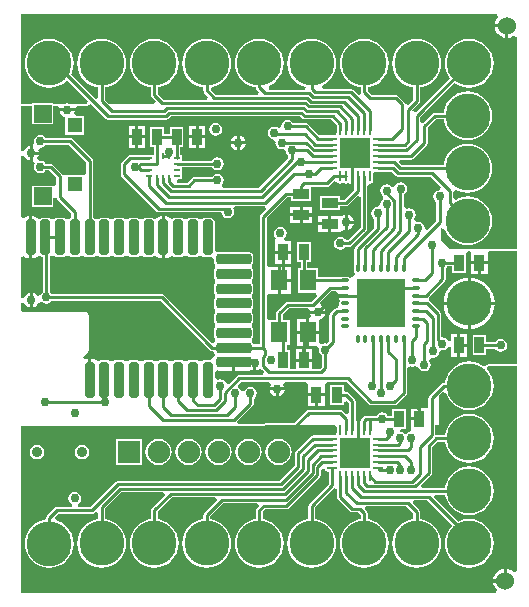
<source format=gbl>
G04 Layer_Physical_Order=4*
G04 Layer_Color=16711680*
%FSLAX43Y43*%
%MOMM*%
G71*
G01*
G75*
%ADD13R,1.400X0.850*%
%ADD14R,0.850X1.400*%
%ADD29C,0.254*%
%ADD30C,1.524*%
%ADD31C,3.810*%
%ADD32C,1.905*%
%ADD33R,1.905X1.905*%
%ADD34R,1.250X1.250*%
%ADD35R,1.500X1.500*%
%ADD36C,0.900*%
%ADD37C,0.762*%
G04:AMPARAMS|DCode=38|XSize=0.25mm|YSize=0.55mm|CornerRadius=0.063mm|HoleSize=0mm|Usage=FLASHONLY|Rotation=270.000|XOffset=0mm|YOffset=0mm|HoleType=Round|Shape=RoundedRectangle|*
%AMROUNDEDRECTD38*
21,1,0.250,0.425,0,0,270.0*
21,1,0.125,0.550,0,0,270.0*
1,1,0.125,-0.212,-0.063*
1,1,0.125,-0.212,0.063*
1,1,0.125,0.212,0.063*
1,1,0.125,0.212,-0.063*
%
%ADD38ROUNDEDRECTD38*%
%ADD39R,0.550X0.250*%
%ADD40R,0.250X0.550*%
G04:AMPARAMS|DCode=41|XSize=3mm|YSize=0.85mm|CornerRadius=0.212mm|HoleSize=0mm|Usage=FLASHONLY|Rotation=270.000|XOffset=0mm|YOffset=0mm|HoleType=Round|Shape=RoundedRectangle|*
%AMROUNDEDRECTD41*
21,1,3.000,0.425,0,0,270.0*
21,1,2.575,0.850,0,0,270.0*
1,1,0.425,-0.212,-1.288*
1,1,0.425,-0.212,1.288*
1,1,0.425,0.212,1.288*
1,1,0.425,0.212,-1.288*
%
%ADD41ROUNDEDRECTD41*%
G04:AMPARAMS|DCode=42|XSize=0.85mm|YSize=3mm|CornerRadius=0.212mm|HoleSize=0mm|Usage=FLASHONLY|Rotation=270.000|XOffset=0mm|YOffset=0mm|HoleType=Round|Shape=RoundedRectangle|*
%AMROUNDEDRECTD42*
21,1,0.850,2.575,0,0,270.0*
21,1,0.425,3.000,0,0,270.0*
1,1,0.425,-1.288,-0.212*
1,1,0.425,-1.288,0.212*
1,1,0.425,1.288,0.212*
1,1,0.425,1.288,-0.212*
%
%ADD42ROUNDEDRECTD42*%
%ADD43O,0.900X0.250*%
%ADD44O,0.250X0.900*%
%ADD45R,2.600X2.600*%
%ADD46R,4.180X4.180*%
%ADD47O,0.300X0.700*%
%ADD48O,0.700X0.300*%
%ADD49R,1.400X1.800*%
G36*
X42260Y19596D02*
X39833D01*
X39799Y19582D01*
X39762Y19580D01*
X39743Y19559D01*
X39716Y19548D01*
X39489Y19434D01*
X39463Y19427D01*
X39376Y19499D01*
X39018Y19690D01*
X38630Y19808D01*
X38227Y19847D01*
X37824Y19808D01*
X37436Y19690D01*
X37078Y19499D01*
X36765Y19242D01*
X36508Y18929D01*
X36317Y18571D01*
X36199Y18183D01*
X36188Y18065D01*
X36068D01*
X35959Y18043D01*
X35867Y17981D01*
X35867Y17981D01*
X34851Y16965D01*
X34789Y16873D01*
X34767Y16764D01*
X34767Y16764D01*
Y16167D01*
X34701Y15940D01*
X34513Y15940D01*
X34149D01*
Y14986D01*
X34022D01*
Y14859D01*
X33343D01*
Y14124D01*
X33307Y13998D01*
X33162Y13857D01*
X33066Y13837D01*
X33018Y13805D01*
X32829Y13740D01*
X32641Y13805D01*
X32593Y13837D01*
X32385Y13879D01*
X32345Y13871D01*
X32338Y13880D01*
X32461Y14133D01*
X32462Y14134D01*
X32849D01*
Y15838D01*
X31695D01*
Y15271D01*
X31312D01*
X31246Y15371D01*
X31069Y15488D01*
X30861Y15530D01*
X30653Y15488D01*
X30476Y15371D01*
X30410Y15271D01*
X29464D01*
X29355Y15249D01*
X29263Y15187D01*
X29263Y15187D01*
X29124Y15048D01*
X29062Y14956D01*
X29055Y14920D01*
X29028Y14848D01*
X28793Y14757D01*
X28610Y14934D01*
Y16506D01*
X28610Y16506D01*
X28588Y16615D01*
X28526Y16707D01*
X28526Y16707D01*
X28014Y17219D01*
X27922Y17281D01*
X27813Y17303D01*
X27628Y17462D01*
Y17870D01*
X26474D01*
Y16166D01*
X27628D01*
Y16438D01*
X27845Y16530D01*
X28040Y16372D01*
Y15521D01*
X27786Y15416D01*
X27506Y15695D01*
X27414Y15757D01*
X27305Y15779D01*
X27305Y15779D01*
X24638D01*
X24529Y15757D01*
X24437Y15695D01*
X24437Y15695D01*
X23384Y14643D01*
X20955D01*
X20838Y14595D01*
X20806Y14516D01*
X18694D01*
X18685Y14527D01*
X18602Y14770D01*
X19886Y16055D01*
X19886Y16055D01*
X19948Y16147D01*
X19970Y16256D01*
Y16694D01*
X20070Y16760D01*
X20187Y16937D01*
X20229Y17145D01*
X20187Y17353D01*
X20070Y17530D01*
X19893Y17647D01*
X19685Y17689D01*
X19477Y17647D01*
X19300Y17530D01*
X19183Y17353D01*
X19179Y17338D01*
X18921D01*
X18917Y17353D01*
X18800Y17530D01*
X18697Y17598D01*
X18625Y17886D01*
X18869Y18130D01*
X21310D01*
X21441Y17876D01*
X21373Y17774D01*
X21349Y17653D01*
X22593D01*
X22569Y17774D01*
X22501Y17876D01*
X22632Y18130D01*
X24434D01*
X24622Y17972D01*
X24622Y17876D01*
Y17145D01*
X25301D01*
X25980D01*
Y17876D01*
X25980Y17972D01*
X26169Y18130D01*
X27822D01*
X29745Y16207D01*
X29745Y16207D01*
X29838Y16145D01*
X29947Y16124D01*
X29947Y16124D01*
X31902D01*
X31902Y16124D01*
X32011Y16145D01*
X32104Y16207D01*
X32885Y16989D01*
X32885Y16989D01*
X32947Y17081D01*
X32969Y17190D01*
X32969Y17190D01*
Y19281D01*
X33159Y19413D01*
X33223Y19431D01*
X33401Y19395D01*
X33609Y19437D01*
X33635Y19454D01*
X33915Y19350D01*
X33921Y19340D01*
X34032Y19173D01*
X34209Y19056D01*
X34417Y19014D01*
X34625Y19056D01*
X34802Y19173D01*
X34919Y19350D01*
X34961Y19558D01*
X34919Y19766D01*
X34853Y19866D01*
X34865Y19980D01*
X34869Y19990D01*
X35110Y20171D01*
X35179Y20157D01*
X35387Y20199D01*
X35564Y20316D01*
X35681Y20493D01*
X35723Y20701D01*
X35963Y20796D01*
X36149Y20834D01*
X36326Y20951D01*
X36419Y21091D01*
X36571Y21084D01*
X36673Y21049D01*
Y20255D01*
X37225D01*
Y21209D01*
Y22163D01*
X36673D01*
Y21623D01*
X36571Y21588D01*
X36419Y21581D01*
X36326Y21721D01*
X36149Y21838D01*
X35941Y21880D01*
X35870Y21938D01*
Y23851D01*
X35870Y23851D01*
X35849Y23960D01*
X35787Y24052D01*
X35787Y24052D01*
X34872Y24966D01*
X34860Y24975D01*
X34830Y25046D01*
X34813Y25214D01*
X34825Y25278D01*
X36142Y26596D01*
X36142Y26596D01*
X36204Y26688D01*
X36226Y26797D01*
X36226Y26797D01*
Y27743D01*
X36326Y27809D01*
X36392Y27909D01*
X36775D01*
Y27342D01*
X37929D01*
Y28918D01*
X37929Y29046D01*
X38131Y29172D01*
X38179D01*
X38423Y29148D01*
X38423Y28918D01*
Y28321D01*
X39781D01*
Y28918D01*
X39781Y29148D01*
X40025Y29172D01*
X42260D01*
Y19596D01*
D02*
G37*
G36*
X27055Y25696D02*
X27136Y25542D01*
X27734D01*
Y25288D01*
X27147D01*
X27153Y25257D01*
X27189Y25204D01*
X27316Y24983D01*
X27249Y24883D01*
X27226Y24765D01*
X27248Y24654D01*
X27249Y24647D01*
X27114Y24400D01*
X27036D01*
X27036Y24400D01*
X26927Y24378D01*
X26835Y24316D01*
X26835Y24316D01*
X26469Y23950D01*
X26407Y23858D01*
X26385Y23749D01*
X26385Y23749D01*
Y21581D01*
X26153Y21348D01*
X26035Y21372D01*
X25827Y21330D01*
X25776Y21296D01*
X25522Y21432D01*
Y22184D01*
X24695D01*
Y21157D01*
X25317D01*
X25340Y21144D01*
X25506Y20903D01*
X25491Y20828D01*
X25533Y20620D01*
X25650Y20443D01*
X25750Y20377D01*
Y19422D01*
X25573Y19244D01*
X24922D01*
Y19812D01*
X23564D01*
Y19244D01*
X23070D01*
Y20791D01*
X22778D01*
Y21259D01*
X23020D01*
Y23363D01*
X22453D01*
Y23828D01*
X22978Y24353D01*
X24588D01*
X24749Y24130D01*
X26022D01*
X25998Y24251D01*
X25858Y24461D01*
X25706Y24563D01*
X25628Y24844D01*
X26564Y25780D01*
X26987D01*
X27055Y25696D01*
D02*
G37*
G36*
X30525Y35930D02*
X31672D01*
X32015Y35587D01*
X32015Y35587D01*
X32108Y35525D01*
X32217Y35504D01*
X32217Y35504D01*
X34965D01*
X35882Y34588D01*
X35756Y34354D01*
X35718Y34361D01*
X35510Y34320D01*
X35333Y34202D01*
X35215Y34025D01*
X35174Y33817D01*
X35215Y33609D01*
X35333Y33433D01*
X35433Y33366D01*
Y31741D01*
X34688Y30996D01*
X34453Y31115D01*
X34411Y31323D01*
X34294Y31500D01*
X34117Y31617D01*
X33909Y31659D01*
X33840Y31645D01*
X33599Y31826D01*
X33595Y31836D01*
X33583Y31950D01*
X33649Y32050D01*
X33691Y32258D01*
X33649Y32466D01*
X33532Y32643D01*
X33355Y32760D01*
X33147Y32802D01*
X32939Y32760D01*
X32924Y32750D01*
X32670Y32886D01*
Y34008D01*
X32820Y34109D01*
X32938Y34285D01*
X32980Y34493D01*
X32938Y34701D01*
X32820Y34878D01*
X32644Y34996D01*
X32436Y35037D01*
X32228Y34996D01*
X32051Y34878D01*
X31933Y34701D01*
X31929Y34679D01*
X31659Y34626D01*
X31627Y34675D01*
X31450Y34792D01*
X31242Y34834D01*
X31034Y34792D01*
X30857Y34675D01*
X30740Y34498D01*
X30698Y34290D01*
X30740Y34082D01*
X30857Y33905D01*
X30917Y33866D01*
Y33571D01*
X30857Y33532D01*
X30740Y33355D01*
X30698Y33147D01*
X30699Y33144D01*
X30483Y32928D01*
X30480Y32929D01*
X30272Y32887D01*
X30095Y32770D01*
X29978Y32593D01*
X29936Y32385D01*
X29978Y32177D01*
X30095Y32000D01*
X30195Y31934D01*
Y31173D01*
X28583Y29560D01*
X28521Y29468D01*
X28499Y29359D01*
X28499Y29359D01*
Y28083D01*
X28476Y27965D01*
Y27565D01*
X28499Y27447D01*
X28555Y27363D01*
X28537Y27278D01*
X28465Y27109D01*
X28390D01*
Y27034D01*
X28221Y26962D01*
X28136Y26944D01*
X28052Y27000D01*
X27934Y27023D01*
X27534D01*
X27416Y27000D01*
X25420D01*
Y27763D01*
X24528D01*
Y28231D01*
X24820D01*
Y29935D01*
X23666D01*
Y28231D01*
X23958D01*
Y27763D01*
X23716D01*
Y25659D01*
X25278D01*
X25383Y25405D01*
X24901Y24923D01*
X22860D01*
X22860Y24923D01*
X22751Y24901D01*
X22659Y24839D01*
X22659Y24839D01*
X21967Y24147D01*
X21905Y24055D01*
X21883Y23946D01*
X21883Y23946D01*
Y23363D01*
X21316D01*
Y23363D01*
X21082Y23413D01*
Y25358D01*
X21214Y25557D01*
X21336Y25557D01*
X22041D01*
Y26711D01*
Y27865D01*
X21336D01*
X21214Y27865D01*
X21082Y28064D01*
Y31982D01*
X22837Y33737D01*
X23151D01*
Y33445D01*
X24855D01*
Y34599D01*
X25093Y34640D01*
X26162D01*
X26162Y34640D01*
X26271Y34662D01*
X26363Y34724D01*
X26796Y35156D01*
X27063Y35084D01*
X27064Y35082D01*
X27125Y34990D01*
X27217Y34929D01*
X27325Y34907D01*
X27433Y34929D01*
X27525Y34990D01*
X27625D01*
X27717Y34929D01*
X27825Y34907D01*
X27933Y34929D01*
X27947Y34938D01*
X28052Y34917D01*
X28177Y34833D01*
X28325Y34804D01*
X28495Y34639D01*
X28497Y34361D01*
X27681Y33545D01*
X27268D01*
Y33837D01*
X25564D01*
Y32683D01*
X27268D01*
Y32975D01*
X27799D01*
X27799Y32975D01*
X27908Y32997D01*
X28000Y33059D01*
X28786Y33844D01*
X29040Y33739D01*
Y31221D01*
X27988Y30169D01*
X27718Y30186D01*
X27690Y30230D01*
X27513Y30347D01*
X27305Y30389D01*
X27097Y30347D01*
X26920Y30230D01*
X26803Y30053D01*
X26761Y29845D01*
X26803Y29637D01*
X26920Y29460D01*
X27097Y29343D01*
X27305Y29301D01*
X27513Y29343D01*
X27690Y29460D01*
X27756Y29560D01*
X28067D01*
X28067Y29560D01*
X28176Y29582D01*
X28268Y29644D01*
X29526Y30902D01*
X29526Y30902D01*
X29588Y30994D01*
X29610Y31103D01*
X29610Y31103D01*
Y34711D01*
X29616Y34723D01*
X29825Y34907D01*
X29933Y34929D01*
X30025Y34990D01*
X30086Y35082D01*
X30108Y35190D01*
Y35692D01*
X30174Y35866D01*
X30348Y35932D01*
X30515D01*
X30525Y35930D01*
D02*
G37*
G36*
X18415Y19077D02*
X19576D01*
X19758Y19113D01*
X19768Y19120D01*
X19818Y19087D01*
X19939Y19063D01*
Y19685D01*
X20193D01*
Y19063D01*
X20314Y19087D01*
X20369Y19124D01*
X20552Y19210D01*
X20740Y19094D01*
X20880Y18954D01*
X20775Y18700D01*
X18751D01*
X18751Y18700D01*
X18642Y18678D01*
X18550Y18616D01*
X18550Y18616D01*
X17909Y17976D01*
X17820Y17980D01*
X17613Y18039D01*
X17530Y18165D01*
X17353Y18282D01*
X17145Y18324D01*
X16937Y18282D01*
X16927Y18276D01*
X16673Y18411D01*
Y18928D01*
X16927Y19092D01*
X17000Y19077D01*
X18161D01*
Y19765D01*
X18415D01*
Y19077D01*
D02*
G37*
G36*
X42260Y2072D02*
X42006Y1986D01*
X42000Y1995D01*
X41787Y2157D01*
X41540Y2260D01*
X41402Y2278D01*
Y1270D01*
X41275D01*
Y1143D01*
X40267D01*
X40285Y1005D01*
X40388Y758D01*
X40550Y545D01*
X40559Y539D01*
X40473Y285D01*
X285D01*
Y14351D01*
X20955D01*
Y14478D01*
X26811D01*
X27042Y14340D01*
Y13838D01*
X26976Y13664D01*
X26802Y13598D01*
X26635D01*
X26625Y13600D01*
X24999D01*
X24890Y13578D01*
X24798Y13516D01*
X24798Y13516D01*
X23548Y12266D01*
X23486Y12174D01*
X23464Y12065D01*
X23464Y12065D01*
Y11040D01*
X22158Y9734D01*
X8493D01*
X8493Y9734D01*
X8384Y9712D01*
X8292Y9650D01*
X8292Y9650D01*
X6165Y7524D01*
X5114D01*
X5082Y7617D01*
X5072Y7778D01*
X5211Y7870D01*
X5328Y8047D01*
X5370Y8255D01*
X5328Y8463D01*
X5211Y8640D01*
X5034Y8757D01*
X4826Y8799D01*
X4618Y8757D01*
X4441Y8640D01*
X4324Y8463D01*
X4282Y8255D01*
X4324Y8047D01*
X4441Y7870D01*
X4580Y7778D01*
X4570Y7617D01*
X4538Y7524D01*
X3302D01*
X3193Y7502D01*
X3101Y7440D01*
X3101Y7440D01*
X2466Y6805D01*
X2404Y6713D01*
X2382Y6604D01*
X2264Y6463D01*
X1876Y6345D01*
X1518Y6154D01*
X1205Y5897D01*
X948Y5584D01*
X757Y5226D01*
X639Y4838D01*
X600Y4435D01*
X639Y4032D01*
X757Y3644D01*
X948Y3286D01*
X1205Y2973D01*
X1518Y2716D01*
X1876Y2525D01*
X2264Y2407D01*
X2667Y2368D01*
X3070Y2407D01*
X3458Y2525D01*
X3816Y2716D01*
X4129Y2973D01*
X4386Y3286D01*
X4577Y3644D01*
X4695Y4032D01*
X4734Y4435D01*
X4695Y4838D01*
X4577Y5226D01*
X4386Y5584D01*
X4129Y5897D01*
X3816Y6154D01*
X3458Y6345D01*
X3237Y6412D01*
X3165Y6699D01*
X3420Y6954D01*
X6283D01*
X6283Y6954D01*
X6392Y6976D01*
X6485Y7038D01*
X6592Y7145D01*
X6827Y7048D01*
Y6484D01*
X6709Y6473D01*
X6321Y6355D01*
X5963Y6164D01*
X5650Y5907D01*
X5393Y5594D01*
X5202Y5236D01*
X5084Y4848D01*
X5045Y4445D01*
X5084Y4042D01*
X5202Y3654D01*
X5393Y3296D01*
X5650Y2983D01*
X5963Y2726D01*
X6321Y2535D01*
X6709Y2417D01*
X7112Y2378D01*
X7515Y2417D01*
X7903Y2535D01*
X8261Y2726D01*
X8574Y2983D01*
X8831Y3296D01*
X9022Y3654D01*
X9140Y4042D01*
X9179Y4445D01*
X9140Y4848D01*
X9022Y5236D01*
X8831Y5594D01*
X8574Y5907D01*
X8261Y6164D01*
X7903Y6355D01*
X7515Y6473D01*
X7397Y6484D01*
Y7375D01*
X8779Y8758D01*
X12341D01*
X12438Y8523D01*
X11356Y7440D01*
X11294Y7348D01*
X11272Y7239D01*
X11272Y7239D01*
Y6484D01*
X11154Y6473D01*
X10766Y6355D01*
X10408Y6164D01*
X10095Y5907D01*
X9838Y5594D01*
X9647Y5236D01*
X9529Y4848D01*
X9490Y4445D01*
X9529Y4042D01*
X9647Y3654D01*
X9838Y3296D01*
X10095Y2983D01*
X10408Y2726D01*
X10766Y2535D01*
X11154Y2417D01*
X11557Y2378D01*
X11960Y2417D01*
X12348Y2535D01*
X12706Y2726D01*
X13019Y2983D01*
X13276Y3296D01*
X13467Y3654D01*
X13585Y4042D01*
X13624Y4445D01*
X13585Y4848D01*
X13467Y5236D01*
X13276Y5594D01*
X13019Y5907D01*
X12706Y6164D01*
X12348Y6355D01*
X11960Y6473D01*
X11842Y6484D01*
Y7121D01*
X13072Y8351D01*
X16733D01*
X16838Y8097D01*
X15801Y7059D01*
X15739Y6967D01*
X15717Y6858D01*
X15717Y6858D01*
Y6484D01*
X15599Y6473D01*
X15211Y6355D01*
X14853Y6164D01*
X14540Y5907D01*
X14283Y5594D01*
X14092Y5236D01*
X13974Y4848D01*
X13935Y4445D01*
X13974Y4042D01*
X14092Y3654D01*
X14283Y3296D01*
X14540Y2983D01*
X14853Y2726D01*
X15211Y2535D01*
X15599Y2417D01*
X16002Y2378D01*
X16405Y2417D01*
X16793Y2535D01*
X17151Y2726D01*
X17464Y2983D01*
X17721Y3296D01*
X17912Y3654D01*
X18030Y4042D01*
X18069Y4445D01*
X18030Y4848D01*
X17912Y5236D01*
X17721Y5594D01*
X17464Y5907D01*
X17151Y6164D01*
X16793Y6355D01*
X16405Y6473D01*
X16287Y6484D01*
Y6740D01*
X17390Y7843D01*
X20289D01*
X20394Y7589D01*
X20246Y7440D01*
X20184Y7348D01*
X20162Y7239D01*
X20162Y7239D01*
Y6484D01*
X20044Y6473D01*
X19656Y6355D01*
X19298Y6164D01*
X18985Y5907D01*
X18728Y5594D01*
X18537Y5236D01*
X18419Y4848D01*
X18380Y4445D01*
X18419Y4042D01*
X18537Y3654D01*
X18728Y3296D01*
X18985Y2983D01*
X19298Y2726D01*
X19656Y2535D01*
X20044Y2417D01*
X20447Y2378D01*
X20850Y2417D01*
X21238Y2535D01*
X21596Y2726D01*
X21909Y2983D01*
X22166Y3296D01*
X22357Y3654D01*
X22475Y4042D01*
X22514Y4445D01*
X22475Y4848D01*
X22357Y5236D01*
X22166Y5594D01*
X21909Y5907D01*
X21596Y6164D01*
X21238Y6355D01*
X20850Y6473D01*
X20732Y6484D01*
Y7121D01*
X20946Y7335D01*
X22746D01*
X22746Y7335D01*
X22855Y7357D01*
X22947Y7419D01*
X25576Y10047D01*
X25576Y10047D01*
X25638Y10140D01*
X25659Y10249D01*
Y10682D01*
X25784Y10782D01*
X25999Y10718D01*
X26053Y10686D01*
X26100Y10615D01*
X26192Y10554D01*
X26300Y10532D01*
X26340D01*
Y9471D01*
X24691Y7821D01*
X24629Y7729D01*
X24607Y7620D01*
X24607Y7620D01*
Y6484D01*
X24489Y6473D01*
X24101Y6355D01*
X23743Y6164D01*
X23430Y5907D01*
X23173Y5594D01*
X22982Y5236D01*
X22864Y4848D01*
X22825Y4445D01*
X22864Y4042D01*
X22982Y3654D01*
X23173Y3296D01*
X23430Y2983D01*
X23743Y2726D01*
X24101Y2535D01*
X24489Y2417D01*
X24892Y2378D01*
X25295Y2417D01*
X25683Y2535D01*
X26041Y2726D01*
X26354Y2983D01*
X26611Y3296D01*
X26802Y3654D01*
X26920Y4042D01*
X26959Y4445D01*
X26920Y4848D01*
X26802Y5236D01*
X26611Y5594D01*
X26354Y5907D01*
X26041Y6164D01*
X25683Y6355D01*
X25295Y6473D01*
X25177Y6484D01*
Y7502D01*
X26786Y9111D01*
X26944Y9076D01*
X27040Y9014D01*
Y8362D01*
X27040Y8362D01*
X27062Y8253D01*
X27124Y8161D01*
X28120Y7165D01*
X28120Y7165D01*
X28212Y7103D01*
X28321Y7081D01*
X28838D01*
X29052Y6867D01*
Y6484D01*
X28934Y6473D01*
X28546Y6355D01*
X28188Y6164D01*
X27875Y5907D01*
X27618Y5594D01*
X27427Y5236D01*
X27309Y4848D01*
X27270Y4445D01*
X27309Y4042D01*
X27427Y3654D01*
X27618Y3296D01*
X27875Y2983D01*
X28188Y2726D01*
X28546Y2535D01*
X28934Y2417D01*
X29337Y2378D01*
X29740Y2417D01*
X30128Y2535D01*
X30486Y2726D01*
X30799Y2983D01*
X31056Y3296D01*
X31247Y3654D01*
X31365Y4042D01*
X31404Y4445D01*
X31365Y4848D01*
X31247Y5236D01*
X31056Y5594D01*
X30799Y5907D01*
X30486Y6164D01*
X30128Y6355D01*
X29740Y6473D01*
X29622Y6484D01*
Y6985D01*
X29622Y6985D01*
X29600Y7094D01*
X29538Y7186D01*
X29390Y7335D01*
X29495Y7589D01*
X32902D01*
X33497Y6994D01*
Y6484D01*
X33379Y6473D01*
X32991Y6355D01*
X32633Y6164D01*
X32320Y5907D01*
X32063Y5594D01*
X31872Y5236D01*
X31754Y4848D01*
X31715Y4445D01*
X31754Y4042D01*
X31872Y3654D01*
X32063Y3296D01*
X32320Y2983D01*
X32633Y2726D01*
X32991Y2535D01*
X33379Y2417D01*
X33782Y2378D01*
X34185Y2417D01*
X34573Y2535D01*
X34931Y2726D01*
X35244Y2983D01*
X35501Y3296D01*
X35692Y3654D01*
X35810Y4042D01*
X35849Y4445D01*
X35810Y4848D01*
X35692Y5236D01*
X35501Y5594D01*
X35244Y5907D01*
X34931Y6164D01*
X34573Y6355D01*
X34185Y6473D01*
X34067Y6484D01*
Y7112D01*
X34067Y7112D01*
X34045Y7221D01*
X33983Y7313D01*
X33454Y7843D01*
X33559Y8097D01*
X34680D01*
X36770Y6007D01*
X36765Y5907D01*
X36508Y5594D01*
X36317Y5236D01*
X36199Y4848D01*
X36160Y4445D01*
X36199Y4042D01*
X36317Y3654D01*
X36508Y3296D01*
X36765Y2983D01*
X37078Y2726D01*
X37436Y2535D01*
X37824Y2417D01*
X38227Y2378D01*
X38630Y2417D01*
X39018Y2535D01*
X39376Y2726D01*
X39689Y2983D01*
X39946Y3296D01*
X40137Y3654D01*
X40255Y4042D01*
X40294Y4445D01*
X40255Y4848D01*
X40137Y5236D01*
X39946Y5594D01*
X39689Y5907D01*
X39376Y6164D01*
X39018Y6355D01*
X38630Y6473D01*
X38227Y6512D01*
X37824Y6473D01*
X37436Y6355D01*
X37300Y6283D01*
X35238Y8345D01*
X35335Y8580D01*
X36190D01*
X36199Y8487D01*
X36317Y8099D01*
X36508Y7741D01*
X36765Y7428D01*
X37078Y7171D01*
X37436Y6980D01*
X37824Y6862D01*
X38227Y6823D01*
X38630Y6862D01*
X39018Y6980D01*
X39376Y7171D01*
X39689Y7428D01*
X39946Y7741D01*
X40137Y8099D01*
X40255Y8487D01*
X40294Y8890D01*
X40255Y9293D01*
X40137Y9681D01*
X39946Y10039D01*
X39689Y10352D01*
X39376Y10609D01*
X39018Y10800D01*
X38630Y10918D01*
X38227Y10957D01*
X37824Y10918D01*
X37436Y10800D01*
X37078Y10609D01*
X36765Y10352D01*
X36508Y10039D01*
X36317Y9681D01*
X36199Y9293D01*
X36185Y9149D01*
X34268D01*
X34171Y9384D01*
X34999Y10213D01*
X34999Y10213D01*
X35061Y10305D01*
X35083Y10414D01*
X35083Y10414D01*
Y12582D01*
X35551Y13050D01*
X36188D01*
X36199Y12932D01*
X36317Y12544D01*
X36508Y12186D01*
X36765Y11873D01*
X37078Y11616D01*
X37436Y11425D01*
X37824Y11307D01*
X38227Y11268D01*
X38630Y11307D01*
X39018Y11425D01*
X39376Y11616D01*
X39689Y11873D01*
X39946Y12186D01*
X40137Y12544D01*
X40255Y12932D01*
X40294Y13335D01*
X40255Y13738D01*
X40137Y14126D01*
X39946Y14484D01*
X39689Y14797D01*
X39376Y15054D01*
X39018Y15245D01*
X38630Y15363D01*
X38227Y15402D01*
X37824Y15363D01*
X37436Y15245D01*
X37078Y15054D01*
X36765Y14797D01*
X36508Y14484D01*
X36317Y14126D01*
X36199Y13738D01*
X36188Y13620D01*
X35433D01*
X35337Y13699D01*
Y14478D01*
X35687D01*
Y16996D01*
X35965Y17274D01*
X36252Y17202D01*
X36317Y16989D01*
X36508Y16631D01*
X36765Y16318D01*
X37078Y16061D01*
X37436Y15870D01*
X37824Y15752D01*
X38227Y15713D01*
X38630Y15752D01*
X39018Y15870D01*
X39376Y16061D01*
X39689Y16318D01*
X39946Y16631D01*
X40137Y16989D01*
X40255Y17377D01*
X40294Y17780D01*
X40255Y18183D01*
X40137Y18571D01*
X39946Y18929D01*
X39742Y19177D01*
X39833Y19431D01*
X42260D01*
Y2072D01*
D02*
G37*
G36*
X7444Y40413D02*
X7444Y40413D01*
X7536Y40351D01*
X7645Y40330D01*
X7645Y40330D01*
X12548D01*
X12548Y40330D01*
X12657Y40351D01*
X12749Y40413D01*
X12970Y40635D01*
X23907D01*
X24103Y40439D01*
X24103Y40439D01*
X24195Y40377D01*
X24304Y40355D01*
X26552D01*
X27040Y39867D01*
Y39415D01*
X27042Y39405D01*
Y39238D01*
X26976Y39064D01*
X26802Y38998D01*
X26635D01*
X26625Y39000D01*
X25538D01*
X24585Y39952D01*
X24493Y40014D01*
X24384Y40036D01*
X24384Y40036D01*
X23311D01*
X23245Y40136D01*
X23068Y40253D01*
X22860Y40295D01*
X22652Y40253D01*
X22475Y40136D01*
X22358Y39959D01*
X22316Y39751D01*
X22323Y39715D01*
X22162Y39616D01*
X22088Y39594D01*
X21931Y39700D01*
X21723Y39741D01*
X21514Y39700D01*
X21338Y39582D01*
X21220Y39405D01*
X21179Y39197D01*
X21220Y38989D01*
X21338Y38813D01*
X21514Y38695D01*
X21642Y38669D01*
X21733Y38630D01*
X21831Y38416D01*
X21821Y38367D01*
X21862Y38159D01*
X21980Y37982D01*
X22157Y37864D01*
X22365Y37823D01*
X22463Y37842D01*
X22652Y37743D01*
X22710Y37652D01*
X22739Y37511D01*
X22856Y37334D01*
X22900Y37306D01*
X22917Y37036D01*
X20456Y34575D01*
X17404D01*
X17338Y34688D01*
X17299Y34829D01*
X17393Y34971D01*
X17435Y35179D01*
X17393Y35387D01*
X17276Y35564D01*
X17099Y35681D01*
X16891Y35723D01*
X16683Y35681D01*
X16506Y35564D01*
X16440Y35464D01*
X14961D01*
X14961Y35464D01*
X14852Y35442D01*
X14759Y35380D01*
X14759Y35380D01*
X14360Y34981D01*
X13492D01*
X13452Y35041D01*
X13588Y35295D01*
X13921D01*
Y36287D01*
X16442D01*
X16506Y36191D01*
X16683Y36074D01*
X16891Y36032D01*
X17099Y36074D01*
X17276Y36191D01*
X17393Y36368D01*
X17435Y36576D01*
X17393Y36784D01*
X17276Y36961D01*
X17099Y37078D01*
X16891Y37120D01*
X16683Y37078D01*
X16506Y36961D01*
X16437Y36857D01*
X13921D01*
Y37349D01*
X13779D01*
Y38010D01*
X14039D01*
Y39714D01*
X12885D01*
Y39147D01*
X12396D01*
Y39706D01*
X11242D01*
Y38002D01*
X11534D01*
Y37349D01*
X11182D01*
X11144Y37357D01*
X9513D01*
X9513Y37357D01*
X9404Y37335D01*
X9312Y37273D01*
X8816Y36777D01*
X8754Y36685D01*
X8732Y36576D01*
X8732Y36576D01*
Y35687D01*
X8732Y35687D01*
X8754Y35578D01*
X8816Y35486D01*
X11737Y32565D01*
X11737Y32565D01*
X11829Y32503D01*
X11938Y32481D01*
X11938Y32481D01*
X17242D01*
X17278Y32304D01*
X17395Y32127D01*
X17572Y32010D01*
X17780Y31968D01*
X17988Y32010D01*
X18165Y32127D01*
X18282Y32304D01*
X18324Y32512D01*
X18282Y32720D01*
X18272Y32735D01*
X18408Y32989D01*
X20924D01*
X20981Y32916D01*
X21041Y32747D01*
X20596Y32302D01*
X20534Y32209D01*
X20512Y32100D01*
X20512Y32100D01*
Y21300D01*
X19933D01*
X19919Y21370D01*
X19839Y21491D01*
X19835Y21493D01*
Y21787D01*
X19839Y21789D01*
X19919Y21910D01*
X19948Y22052D01*
Y22478D01*
X19919Y22620D01*
X19839Y22741D01*
X19835Y22743D01*
Y23037D01*
X19839Y23039D01*
X19919Y23160D01*
X19948Y23302D01*
Y23728D01*
X19919Y23870D01*
X19839Y23991D01*
X19835Y23993D01*
Y24287D01*
X19839Y24289D01*
X19919Y24410D01*
X19948Y24552D01*
Y24978D01*
X19919Y25120D01*
X19839Y25241D01*
X19835Y25243D01*
Y25537D01*
X19839Y25539D01*
X19919Y25660D01*
X19948Y25802D01*
Y26228D01*
X19919Y26370D01*
X19839Y26491D01*
X19835Y26493D01*
Y26787D01*
X19839Y26789D01*
X19919Y26910D01*
X19948Y27052D01*
Y27478D01*
X19919Y27620D01*
X19839Y27741D01*
X19835Y27743D01*
Y28037D01*
X19839Y28039D01*
X19919Y28160D01*
X19948Y28302D01*
Y28728D01*
X19919Y28870D01*
X19839Y28991D01*
X19718Y29071D01*
X19576Y29100D01*
X17000D01*
X16927Y29085D01*
X16729Y29197D01*
X16673Y29253D01*
Y31653D01*
X16644Y31795D01*
X16564Y31916D01*
X16443Y31996D01*
X16301Y32025D01*
X15875D01*
X15733Y31996D01*
X15612Y31916D01*
X15610Y31912D01*
X15316D01*
X15314Y31916D01*
X15193Y31996D01*
X15050Y32025D01*
X14625D01*
X14483Y31996D01*
X14362Y31916D01*
X14360Y31912D01*
X14066D01*
X14064Y31916D01*
X13943Y31996D01*
X13800Y32025D01*
X13375D01*
X13233Y31996D01*
X13185Y31964D01*
X13112Y31916D01*
X13052Y31935D01*
X12865Y32003D01*
X12733Y32092D01*
X12550Y32128D01*
X12465D01*
Y30365D01*
Y28602D01*
X12550D01*
X12733Y28638D01*
X12865Y28727D01*
X13052Y28795D01*
X13112Y28814D01*
X13185Y28766D01*
X13233Y28734D01*
X13375Y28705D01*
X13800D01*
X13943Y28734D01*
X14064Y28814D01*
X14066Y28818D01*
X14360D01*
X14362Y28814D01*
X14483Y28734D01*
X14625Y28705D01*
X15050D01*
X15193Y28734D01*
X15314Y28814D01*
X15316Y28818D01*
X15610D01*
X15612Y28814D01*
X15733Y28734D01*
X15875Y28705D01*
X16301D01*
X16374Y28720D01*
X16572Y28608D01*
X16628Y28552D01*
Y28302D01*
X16657Y28160D01*
X16737Y28039D01*
X16741Y28037D01*
Y27743D01*
X16737Y27741D01*
X16657Y27620D01*
X16628Y27478D01*
Y27052D01*
X16657Y26910D01*
X16737Y26789D01*
X16741Y26787D01*
Y26493D01*
X16737Y26491D01*
X16657Y26370D01*
X16628Y26228D01*
Y25802D01*
X16657Y25660D01*
X16737Y25539D01*
X16741Y25537D01*
Y25243D01*
X16737Y25241D01*
X16657Y25120D01*
X16628Y24978D01*
Y24552D01*
X16657Y24410D01*
X16737Y24289D01*
X16741Y24287D01*
Y23993D01*
X16737Y23991D01*
X16657Y23870D01*
X16628Y23728D01*
Y23302D01*
X16657Y23160D01*
X16737Y23039D01*
X16741Y23037D01*
Y22743D01*
X16737Y22741D01*
X16657Y22620D01*
X16628Y22478D01*
Y22052D01*
X16657Y21910D01*
X16737Y21789D01*
X16741Y21787D01*
Y21493D01*
X16737Y21491D01*
X16737Y21490D01*
X16440Y21439D01*
X16424Y21444D01*
X12393Y25474D01*
X12301Y25536D01*
X12192Y25558D01*
X12192Y25558D01*
X2864D01*
X2798Y25658D01*
X2698Y25724D01*
Y28737D01*
X2814Y28814D01*
X2816Y28818D01*
X3110D01*
X3112Y28814D01*
X3233Y28734D01*
X3375Y28705D01*
X3800D01*
X3943Y28734D01*
X4064Y28814D01*
X4066Y28818D01*
X4360D01*
X4362Y28814D01*
X4483Y28734D01*
X4626Y28705D01*
X5050D01*
X5193Y28734D01*
X5314Y28814D01*
X5316Y28818D01*
X5610D01*
X5612Y28814D01*
X5733Y28734D01*
X5876Y28705D01*
X6300D01*
X6443Y28734D01*
X6564Y28814D01*
X6566Y28818D01*
X6860D01*
X6862Y28814D01*
X6983Y28734D01*
X7126Y28705D01*
X7550D01*
X7693Y28734D01*
X7814Y28814D01*
X7816Y28818D01*
X8110D01*
X8112Y28814D01*
X8233Y28734D01*
X8375Y28705D01*
X8800D01*
X8943Y28734D01*
X9064Y28814D01*
X9066Y28818D01*
X9360D01*
X9362Y28814D01*
X9483Y28734D01*
X9625Y28705D01*
X10050D01*
X10193Y28734D01*
X10314Y28814D01*
X10316Y28818D01*
X10610D01*
X10612Y28814D01*
X10733Y28734D01*
X10875Y28705D01*
X11300D01*
X11443Y28734D01*
X11491Y28766D01*
X11564Y28814D01*
X11624Y28795D01*
X11811Y28727D01*
X11943Y28638D01*
X12125Y28602D01*
X12211D01*
Y30365D01*
Y32128D01*
X12125D01*
X11943Y32092D01*
X11811Y32003D01*
X11624Y31935D01*
X11564Y31916D01*
X11491Y31964D01*
X11443Y31996D01*
X11300Y32025D01*
X10875D01*
X10733Y31996D01*
X10612Y31916D01*
X10610Y31912D01*
X10316D01*
X10314Y31916D01*
X10193Y31996D01*
X10050Y32025D01*
X9625D01*
X9483Y31996D01*
X9362Y31916D01*
X9360Y31912D01*
X9066D01*
X9064Y31916D01*
X8943Y31996D01*
X8800Y32025D01*
X8375D01*
X8233Y31996D01*
X8112Y31916D01*
X8110Y31912D01*
X7816D01*
X7814Y31916D01*
X7693Y31996D01*
X7550Y32025D01*
X7126D01*
X6983Y31996D01*
X6862Y31916D01*
X6860Y31912D01*
X6586D01*
X6373Y32060D01*
Y36838D01*
X6373Y36838D01*
X6351Y36947D01*
X6289Y37039D01*
X4646Y38682D01*
X4554Y38744D01*
X4445Y38766D01*
X4445Y38766D01*
X2356D01*
X2290Y38866D01*
X2113Y38983D01*
X1905Y39025D01*
X1697Y38983D01*
X1520Y38866D01*
X1403Y38689D01*
X1361Y38481D01*
X1393Y38322D01*
X1293Y38171D01*
X1270Y38150D01*
Y37592D01*
X1765D01*
X1741Y37713D01*
X1895Y37939D01*
X1905Y37937D01*
X2113Y37979D01*
X2290Y38096D01*
X2356Y38196D01*
X4327D01*
X5803Y36720D01*
Y35746D01*
X5603Y35615D01*
X5549Y35615D01*
X4089D01*
X4066Y35615D01*
X3896Y35652D01*
X3818Y35671D01*
X3757Y35761D01*
X2995Y36523D01*
X2903Y36585D01*
X2794Y36607D01*
X2794Y36607D01*
X2356D01*
X2290Y36707D01*
X2113Y36824D01*
X1905Y36866D01*
X1772Y36839D01*
X1643Y37071D01*
X1741Y37217D01*
X1765Y37338D01*
X1270D01*
Y36843D01*
X1316Y36852D01*
X1478Y36643D01*
X1403Y36530D01*
X1361Y36322D01*
X1403Y36114D01*
X1520Y35937D01*
X1697Y35820D01*
X1905Y35778D01*
X2113Y35820D01*
X2290Y35937D01*
X2356Y36037D01*
X2676D01*
X3271Y35442D01*
Y34768D01*
X3028Y34740D01*
X3017Y34740D01*
X1224D01*
Y32936D01*
X3028D01*
Y33700D01*
X3282Y33725D01*
X3293Y33673D01*
X3355Y33581D01*
X4553Y32382D01*
Y32010D01*
X4483Y31996D01*
X4362Y31916D01*
X4360Y31912D01*
X4066D01*
X4064Y31916D01*
X3943Y31996D01*
X3800Y32025D01*
X3375D01*
X3233Y31996D01*
X3112Y31916D01*
X3110Y31912D01*
X2816D01*
X2814Y31916D01*
X2693Y31996D01*
X2550Y32025D01*
X2125D01*
X1983Y31996D01*
X1935Y31964D01*
X1862Y31916D01*
X1802Y31935D01*
X1615Y32003D01*
X1483Y32092D01*
X1301Y32128D01*
X1215D01*
Y30365D01*
Y28602D01*
X1301D01*
X1483Y28638D01*
X1615Y28727D01*
X1802Y28795D01*
X1862Y28814D01*
X1935Y28766D01*
X1983Y28734D01*
X2125Y28705D01*
X2128D01*
Y25724D01*
X2028Y25658D01*
X1911Y25481D01*
X1909Y25473D01*
X1639Y25419D01*
X1601Y25477D01*
X1391Y25617D01*
X1270Y25641D01*
Y25019D01*
Y24397D01*
X1391Y24421D01*
X1601Y24561D01*
X1741Y24771D01*
X1755Y24841D01*
X2025Y24894D01*
X2028Y24888D01*
X2205Y24771D01*
X2413Y24729D01*
X2621Y24771D01*
X2798Y24888D01*
X2864Y24988D01*
X12074D01*
X16249Y20814D01*
X16249Y20814D01*
X16341Y20752D01*
X16450Y20730D01*
X16587Y20684D01*
X16699Y20428D01*
X16650Y20292D01*
X16561Y20160D01*
X16554Y20147D01*
X16301Y19975D01*
X15875D01*
X15733Y19946D01*
X15612Y19866D01*
X15610Y19862D01*
X15316D01*
X15314Y19866D01*
X15193Y19946D01*
X15050Y19975D01*
X14625D01*
X14483Y19946D01*
X14362Y19866D01*
X14360Y19862D01*
X14066D01*
X14064Y19866D01*
X13943Y19946D01*
X13800Y19975D01*
X13375D01*
X13233Y19946D01*
X13112Y19866D01*
X13110Y19862D01*
X12816D01*
X12814Y19866D01*
X12693Y19946D01*
X12550Y19975D01*
X12125D01*
X11983Y19946D01*
X11862Y19866D01*
X11860Y19862D01*
X11566D01*
X11564Y19866D01*
X11443Y19946D01*
X11300Y19975D01*
X10875D01*
X10733Y19946D01*
X10612Y19866D01*
X10610Y19862D01*
X10316D01*
X10314Y19866D01*
X10193Y19946D01*
X10050Y19975D01*
X9625D01*
X9483Y19946D01*
X9362Y19866D01*
X9360Y19862D01*
X9066D01*
X9064Y19866D01*
X8943Y19946D01*
X8800Y19975D01*
X8375D01*
X8233Y19946D01*
X8112Y19866D01*
X8110Y19862D01*
X7816D01*
X7814Y19866D01*
X7693Y19946D01*
X7550Y19975D01*
X7126D01*
X6983Y19946D01*
X6935Y19914D01*
X6862Y19866D01*
X6802Y19885D01*
X6615Y19953D01*
X6483Y20042D01*
X6300Y20078D01*
X6215D01*
Y18315D01*
X5961D01*
Y20078D01*
X5876D01*
X5693Y20042D01*
X5686Y20037D01*
X5524Y20234D01*
X5916Y20627D01*
X5916Y20627D01*
X5978Y20719D01*
X6000Y20828D01*
Y23749D01*
X5978Y23858D01*
X5916Y23950D01*
X5824Y24012D01*
X5715Y24034D01*
X635D01*
X539Y24015D01*
X523Y24014D01*
X285Y24150D01*
Y24776D01*
X539Y24801D01*
X545Y24771D01*
X685Y24561D01*
X895Y24421D01*
X1016Y24397D01*
Y25019D01*
Y25641D01*
X895Y25617D01*
X685Y25477D01*
X545Y25267D01*
X539Y25237D01*
X285Y25262D01*
Y28665D01*
X539Y28742D01*
X539Y28741D01*
X693Y28638D01*
X876Y28602D01*
X961D01*
Y30365D01*
Y32128D01*
X876D01*
X693Y32092D01*
X539Y31989D01*
X539Y31988D01*
X285Y32065D01*
Y37222D01*
X539Y37247D01*
X545Y37217D01*
X685Y37007D01*
X895Y36867D01*
X1016Y36843D01*
Y37465D01*
Y38087D01*
X895Y38063D01*
X685Y37923D01*
X545Y37713D01*
X539Y37683D01*
X285Y37708D01*
Y41491D01*
X1224D01*
Y39936D01*
X3028D01*
Y41491D01*
X3374D01*
X3533Y41275D01*
X4849D01*
X5008Y41491D01*
X5869D01*
X5900Y41504D01*
X5932D01*
X5956Y41527D01*
X5986Y41539D01*
X6233Y41624D01*
X7444Y40413D01*
D02*
G37*
G36*
X40686Y48991D02*
X40677Y48985D01*
X40515Y48772D01*
X40412Y48525D01*
X40394Y48387D01*
X41402D01*
Y48260D01*
X41529D01*
Y47252D01*
X41667Y47270D01*
X41914Y47373D01*
X42006Y47443D01*
X42260Y47318D01*
Y29337D01*
X36576D01*
X35814Y30099D01*
Y31077D01*
X35875Y31122D01*
X36171Y31022D01*
X36190Y30959D01*
X36381Y30601D01*
X36638Y30288D01*
X36951Y30031D01*
X37309Y29840D01*
X37697Y29722D01*
X38100Y29683D01*
X38503Y29722D01*
X38891Y29840D01*
X39249Y30031D01*
X39562Y30288D01*
X39819Y30601D01*
X40010Y30959D01*
X40128Y31347D01*
X40167Y31750D01*
X40128Y32153D01*
X40010Y32541D01*
X39819Y32899D01*
X39562Y33212D01*
X39249Y33469D01*
X38891Y33660D01*
X38503Y33778D01*
X38100Y33817D01*
X37697Y33778D01*
X37309Y33660D01*
X37119Y33558D01*
X36865Y33711D01*
Y34234D01*
X36994Y34348D01*
X37103Y34395D01*
X37309Y34285D01*
X37697Y34167D01*
X38100Y34128D01*
X38503Y34167D01*
X38891Y34285D01*
X39249Y34476D01*
X39562Y34733D01*
X39819Y35046D01*
X40010Y35404D01*
X40128Y35792D01*
X40167Y36195D01*
X40128Y36598D01*
X40010Y36986D01*
X39819Y37344D01*
X39562Y37657D01*
X39249Y37914D01*
X38891Y38105D01*
X38503Y38223D01*
X38100Y38262D01*
X37697Y38223D01*
X37309Y38105D01*
X36951Y37914D01*
X36638Y37657D01*
X36381Y37344D01*
X36190Y36986D01*
X36072Y36598D01*
X36061Y36480D01*
X32503D01*
X32307Y36676D01*
X32412Y36930D01*
X33278D01*
X33278Y36930D01*
X33387Y36952D01*
X33479Y37014D01*
X34618Y38153D01*
X34618Y38153D01*
X34680Y38245D01*
X34702Y38354D01*
X34702Y38354D01*
Y39633D01*
X35424Y40355D01*
X36061D01*
X36072Y40237D01*
X36190Y39849D01*
X36381Y39491D01*
X36638Y39178D01*
X36951Y38921D01*
X37309Y38730D01*
X37697Y38612D01*
X38100Y38573D01*
X38503Y38612D01*
X38891Y38730D01*
X39249Y38921D01*
X39562Y39178D01*
X39819Y39491D01*
X40010Y39849D01*
X40128Y40237D01*
X40167Y40640D01*
X40128Y41043D01*
X40010Y41431D01*
X39819Y41789D01*
X39562Y42102D01*
X39249Y42359D01*
X38891Y42550D01*
X38503Y42668D01*
X38100Y42707D01*
X37697Y42668D01*
X37309Y42550D01*
X36951Y42359D01*
X36638Y42102D01*
X36381Y41789D01*
X36190Y41431D01*
X36072Y41043D01*
X36061Y40925D01*
X35306D01*
X35306Y40925D01*
X35197Y40903D01*
X35105Y40841D01*
X35105Y40841D01*
X34321Y40058D01*
X34067Y40163D01*
Y40522D01*
X36986Y43442D01*
X37078Y43366D01*
X37436Y43175D01*
X37824Y43057D01*
X38227Y43018D01*
X38630Y43057D01*
X39018Y43175D01*
X39376Y43366D01*
X39689Y43623D01*
X39946Y43936D01*
X40137Y44294D01*
X40255Y44682D01*
X40294Y45085D01*
X40255Y45488D01*
X40137Y45876D01*
X39946Y46234D01*
X39689Y46547D01*
X39376Y46804D01*
X39018Y46995D01*
X38630Y47113D01*
X38227Y47152D01*
X37824Y47113D01*
X37436Y46995D01*
X37078Y46804D01*
X36765Y46547D01*
X36508Y46234D01*
X36317Y45876D01*
X36199Y45488D01*
X36160Y45085D01*
X36199Y44682D01*
X36317Y44294D01*
X36508Y43936D01*
X36584Y43844D01*
X33688Y40949D01*
X33410Y41030D01*
X33391Y41116D01*
X33983Y41709D01*
X34045Y41801D01*
X34067Y41910D01*
X34067Y41910D01*
Y43046D01*
X34185Y43057D01*
X34573Y43175D01*
X34931Y43366D01*
X35244Y43623D01*
X35501Y43936D01*
X35692Y44294D01*
X35810Y44682D01*
X35849Y45085D01*
X35810Y45488D01*
X35692Y45876D01*
X35501Y46234D01*
X35244Y46547D01*
X34931Y46804D01*
X34573Y46995D01*
X34185Y47113D01*
X33782Y47152D01*
X33379Y47113D01*
X32991Y46995D01*
X32633Y46804D01*
X32320Y46547D01*
X32063Y46234D01*
X31872Y45876D01*
X31754Y45488D01*
X31715Y45085D01*
X31754Y44682D01*
X31872Y44294D01*
X32063Y43936D01*
X32320Y43623D01*
X32633Y43366D01*
X32991Y43175D01*
X33379Y43057D01*
X33497Y43046D01*
Y42028D01*
X33051Y41582D01*
X32867Y41636D01*
X32792Y41682D01*
X32775Y41765D01*
X32713Y41857D01*
X32713Y41857D01*
X32205Y42365D01*
X32113Y42427D01*
X32004Y42449D01*
X32004Y42449D01*
X29963D01*
X29622Y42790D01*
Y43046D01*
X29740Y43057D01*
X30128Y43175D01*
X30486Y43366D01*
X30799Y43623D01*
X31056Y43936D01*
X31247Y44294D01*
X31365Y44682D01*
X31404Y45085D01*
X31365Y45488D01*
X31247Y45876D01*
X31056Y46234D01*
X30799Y46547D01*
X30486Y46804D01*
X30128Y46995D01*
X29740Y47113D01*
X29337Y47152D01*
X28934Y47113D01*
X28546Y46995D01*
X28188Y46804D01*
X27875Y46547D01*
X27618Y46234D01*
X27427Y45876D01*
X27309Y45488D01*
X27270Y45085D01*
X27309Y44682D01*
X27427Y44294D01*
X27618Y43936D01*
X27875Y43623D01*
X28188Y43366D01*
X28546Y43175D01*
X28934Y43057D01*
X29052Y43046D01*
Y42672D01*
X29052Y42672D01*
X29074Y42563D01*
X29091Y42537D01*
X28894Y42375D01*
X28395Y42873D01*
X28303Y42935D01*
X28194Y42957D01*
X28194Y42957D01*
X25814D01*
X25750Y43211D01*
X26041Y43366D01*
X26354Y43623D01*
X26611Y43936D01*
X26802Y44294D01*
X26920Y44682D01*
X26959Y45085D01*
X26920Y45488D01*
X26802Y45876D01*
X26611Y46234D01*
X26354Y46547D01*
X26041Y46804D01*
X25683Y46995D01*
X25295Y47113D01*
X24892Y47152D01*
X24489Y47113D01*
X24101Y46995D01*
X23743Y46804D01*
X23430Y46547D01*
X23173Y46234D01*
X22982Y45876D01*
X22864Y45488D01*
X22825Y45085D01*
X22864Y44682D01*
X22982Y44294D01*
X23173Y43936D01*
X23430Y43623D01*
X23743Y43366D01*
X24101Y43175D01*
X24401Y43084D01*
X24364Y42830D01*
X21306D01*
X21243Y42911D01*
X21242Y42991D01*
X21324Y43221D01*
X21596Y43366D01*
X21909Y43623D01*
X22166Y43936D01*
X22357Y44294D01*
X22475Y44682D01*
X22514Y45085D01*
X22475Y45488D01*
X22357Y45876D01*
X22166Y46234D01*
X21909Y46547D01*
X21596Y46804D01*
X21238Y46995D01*
X20850Y47113D01*
X20447Y47152D01*
X20044Y47113D01*
X19656Y46995D01*
X19298Y46804D01*
X18985Y46547D01*
X18728Y46234D01*
X18537Y45876D01*
X18419Y45488D01*
X18380Y45085D01*
X18419Y44682D01*
X18537Y44294D01*
X18728Y43936D01*
X18985Y43623D01*
X19298Y43366D01*
X19656Y43175D01*
X20044Y43057D01*
X20164Y43046D01*
X20184Y42944D01*
X20246Y42852D01*
X20414Y42684D01*
X20316Y42449D01*
X16755D01*
X16402Y42802D01*
X16403Y42882D01*
X16482Y43081D01*
X16793Y43175D01*
X17151Y43366D01*
X17464Y43623D01*
X17721Y43936D01*
X17912Y44294D01*
X18030Y44682D01*
X18069Y45085D01*
X18030Y45488D01*
X17912Y45876D01*
X17721Y46234D01*
X17464Y46547D01*
X17151Y46804D01*
X16793Y46995D01*
X16405Y47113D01*
X16002Y47152D01*
X15599Y47113D01*
X15211Y46995D01*
X14853Y46804D01*
X14540Y46547D01*
X14283Y46234D01*
X14092Y45876D01*
X13974Y45488D01*
X13935Y45085D01*
X13974Y44682D01*
X14092Y44294D01*
X14283Y43936D01*
X14540Y43623D01*
X14853Y43366D01*
X15211Y43175D01*
X15599Y43057D01*
X15717Y43046D01*
Y42799D01*
X15717Y42799D01*
X15739Y42690D01*
X15801Y42598D01*
X16146Y42252D01*
X16049Y42017D01*
X12361D01*
X11842Y42536D01*
Y43046D01*
X11960Y43057D01*
X12348Y43175D01*
X12706Y43366D01*
X13019Y43623D01*
X13276Y43936D01*
X13467Y44294D01*
X13585Y44682D01*
X13624Y45085D01*
X13585Y45488D01*
X13467Y45876D01*
X13276Y46234D01*
X13019Y46547D01*
X12706Y46804D01*
X12348Y46995D01*
X11960Y47113D01*
X11557Y47152D01*
X11154Y47113D01*
X10766Y46995D01*
X10408Y46804D01*
X10095Y46547D01*
X9838Y46234D01*
X9647Y45876D01*
X9529Y45488D01*
X9490Y45085D01*
X9529Y44682D01*
X9647Y44294D01*
X9838Y43936D01*
X10095Y43623D01*
X10408Y43366D01*
X10766Y43175D01*
X11154Y43057D01*
X11272Y43046D01*
Y42418D01*
X11272Y42418D01*
X11294Y42309D01*
X11356Y42217D01*
X11681Y41891D01*
X11584Y41656D01*
X7769D01*
X7397Y42028D01*
Y43046D01*
X7515Y43057D01*
X7903Y43175D01*
X8261Y43366D01*
X8574Y43623D01*
X8831Y43936D01*
X9022Y44294D01*
X9140Y44682D01*
X9179Y45085D01*
X9140Y45488D01*
X9022Y45876D01*
X8831Y46234D01*
X8574Y46547D01*
X8261Y46804D01*
X7903Y46995D01*
X7515Y47113D01*
X7112Y47152D01*
X6709Y47113D01*
X6321Y46995D01*
X5963Y46804D01*
X5650Y46547D01*
X5393Y46234D01*
X5202Y45876D01*
X5084Y45488D01*
X5045Y45085D01*
X5084Y44682D01*
X5202Y44294D01*
X5393Y43936D01*
X5650Y43623D01*
X5963Y43366D01*
X6321Y43175D01*
X6709Y43057D01*
X6827Y43046D01*
Y42195D01*
X6573Y42090D01*
X4505Y44158D01*
X4577Y44294D01*
X4695Y44682D01*
X4734Y45085D01*
X4695Y45488D01*
X4577Y45876D01*
X4386Y46234D01*
X4129Y46547D01*
X3816Y46804D01*
X3458Y46995D01*
X3070Y47113D01*
X2667Y47152D01*
X2264Y47113D01*
X1876Y46995D01*
X1518Y46804D01*
X1205Y46547D01*
X948Y46234D01*
X757Y45876D01*
X639Y45488D01*
X600Y45085D01*
X639Y44682D01*
X757Y44294D01*
X948Y43936D01*
X1205Y43623D01*
X1518Y43366D01*
X1876Y43175D01*
X2264Y43057D01*
X2667Y43018D01*
X3070Y43057D01*
X3458Y43175D01*
X3816Y43366D01*
X4129Y43623D01*
X4229Y43628D01*
X5966Y41891D01*
X5869Y41656D01*
X4371D01*
X4191Y41692D01*
X4011Y41656D01*
X3028D01*
Y41740D01*
X1224D01*
Y41656D01*
X285D01*
Y49245D01*
X40600D01*
X40686Y48991D01*
D02*
G37*
%LPC*%
G36*
X38031Y22163D02*
X37479D01*
Y21336D01*
X38031D01*
Y22163D01*
D02*
G37*
G36*
X39679Y22061D02*
X38525D01*
Y20357D01*
X39679D01*
Y20924D01*
X40443D01*
X40509Y20824D01*
X40686Y20707D01*
X40894Y20665D01*
X41102Y20707D01*
X41279Y20824D01*
X41396Y21001D01*
X41438Y21209D01*
X41396Y21417D01*
X41279Y21594D01*
X41102Y21711D01*
X40894Y21753D01*
X40686Y21711D01*
X40509Y21594D01*
X40443Y21494D01*
X39679D01*
Y22061D01*
D02*
G37*
G36*
X38031Y21082D02*
X37479D01*
Y20255D01*
X38031D01*
Y21082D01*
D02*
G37*
G36*
X38354Y26922D02*
Y24892D01*
X40384D01*
X40355Y25188D01*
X40231Y25595D01*
X40031Y25970D01*
X39761Y26299D01*
X39432Y26569D01*
X39057Y26769D01*
X38650Y26893D01*
X38354Y26922D01*
D02*
G37*
G36*
X40384Y24638D02*
X38354D01*
Y22608D01*
X38650Y22637D01*
X39057Y22761D01*
X39432Y22961D01*
X39761Y23231D01*
X40031Y23560D01*
X40231Y23935D01*
X40355Y24342D01*
X40384Y24638D01*
D02*
G37*
G36*
X38100Y26922D02*
X37804Y26893D01*
X37397Y26769D01*
X37022Y26569D01*
X36693Y26299D01*
X36423Y25970D01*
X36223Y25595D01*
X36099Y25188D01*
X36070Y24892D01*
X38100D01*
Y26922D01*
D02*
G37*
G36*
Y24638D02*
X36070D01*
X36099Y24342D01*
X36223Y23935D01*
X36423Y23560D01*
X36693Y23231D01*
X37022Y22961D01*
X37397Y22761D01*
X37804Y22637D01*
X38100Y22608D01*
Y24638D01*
D02*
G37*
G36*
X21844Y17399D02*
X21349D01*
X21373Y17278D01*
X21513Y17068D01*
X21723Y16928D01*
X21844Y16904D01*
Y17399D01*
D02*
G37*
G36*
X22593D02*
X22098D01*
Y16904D01*
X22219Y16928D01*
X22429Y17068D01*
X22569Y17278D01*
X22593Y17399D01*
D02*
G37*
G36*
X25980Y16891D02*
X25428D01*
Y16064D01*
X25980D01*
Y16891D01*
D02*
G37*
G36*
X33895Y15940D02*
X33343D01*
Y15113D01*
X33895D01*
Y15940D01*
D02*
G37*
G36*
X25174Y16891D02*
X24622D01*
Y16064D01*
X25174D01*
Y16891D01*
D02*
G37*
G36*
X38975Y28067D02*
X38423D01*
Y27240D01*
X38975D01*
Y28067D01*
D02*
G37*
G36*
X39781D02*
X39229D01*
Y27240D01*
X39781D01*
Y28067D01*
D02*
G37*
G36*
X24441Y22184D02*
X23614D01*
Y21157D01*
X24441D01*
Y22184D01*
D02*
G37*
G36*
X24922Y20893D02*
X24370D01*
Y20066D01*
X24922D01*
Y20893D01*
D02*
G37*
G36*
X24441Y23465D02*
X23614D01*
Y22438D01*
X24441D01*
Y23465D01*
D02*
G37*
G36*
X26022Y23876D02*
X24778D01*
X24802Y23755D01*
X24826Y23719D01*
X24695Y23474D01*
Y22438D01*
X25522D01*
Y23380D01*
X25648Y23405D01*
X25858Y23545D01*
X25998Y23755D01*
X26022Y23876D01*
D02*
G37*
G36*
X24116Y20893D02*
X23564D01*
Y20066D01*
X24116D01*
Y20893D01*
D02*
G37*
G36*
X23122Y26584D02*
X22295D01*
Y25557D01*
X23122D01*
Y26584D01*
D02*
G37*
G36*
X23172Y28956D02*
X22620D01*
Y28129D01*
X23172D01*
Y28956D01*
D02*
G37*
G36*
X22225Y31263D02*
X22017Y31221D01*
X21840Y31104D01*
X21723Y30927D01*
X21681Y30719D01*
X21723Y30511D01*
X21840Y30334D01*
X21905Y30291D01*
X21828Y30037D01*
X21814D01*
Y29210D01*
X22493D01*
X23172D01*
Y30037D01*
X22622D01*
X22545Y30291D01*
X22610Y30334D01*
X22727Y30511D01*
X22769Y30719D01*
X22727Y30927D01*
X22610Y31104D01*
X22433Y31221D01*
X22225Y31263D01*
D02*
G37*
G36*
X26289Y31383D02*
X25462D01*
Y30831D01*
X26289D01*
Y31383D01*
D02*
G37*
G36*
X22366Y28956D02*
X21814D01*
Y28129D01*
X22366D01*
Y28956D01*
D02*
G37*
G36*
X22295Y27865D02*
Y26838D01*
X23122D01*
Y27865D01*
X22295D01*
D02*
G37*
G36*
X28435Y31496D02*
X27940D01*
Y31001D01*
X28061Y31025D01*
X28271Y31165D01*
X28411Y31375D01*
X28435Y31496D01*
D02*
G37*
G36*
X27686Y32245D02*
X27607Y32230D01*
X27370Y32189D01*
X27370Y32189D01*
X27370Y32189D01*
X26543D01*
Y31510D01*
Y30831D01*
X27370D01*
Y30873D01*
X27624Y31013D01*
X27686Y31001D01*
Y31623D01*
Y32245D01*
D02*
G37*
G36*
X23876Y32951D02*
X23049D01*
Y32399D01*
X23876D01*
Y32951D01*
D02*
G37*
G36*
X24957D02*
X24130D01*
Y32399D01*
X24957D01*
Y32951D01*
D02*
G37*
G36*
X27940Y32245D02*
Y31750D01*
X28435D01*
X28411Y31871D01*
X28271Y32081D01*
X28061Y32221D01*
X27940Y32245D01*
D02*
G37*
G36*
X23876Y32145D02*
X23049D01*
Y31593D01*
X23876D01*
Y32145D01*
D02*
G37*
G36*
X24957D02*
X24130D01*
Y31593D01*
X24957D01*
Y32145D01*
D02*
G37*
G36*
X26289Y32189D02*
X25462D01*
Y31637D01*
X26289D01*
Y32189D01*
D02*
G37*
G36*
X19558Y13306D02*
X19270Y13268D01*
X19001Y13157D01*
X18770Y12980D01*
X18593Y12749D01*
X18482Y12480D01*
X18444Y12192D01*
X18482Y11904D01*
X18593Y11635D01*
X18770Y11404D01*
X19001Y11227D01*
X19270Y11116D01*
X19558Y11078D01*
X19846Y11116D01*
X20115Y11227D01*
X20346Y11404D01*
X20523Y11635D01*
X20634Y11904D01*
X20672Y12192D01*
X20634Y12480D01*
X20523Y12749D01*
X20346Y12980D01*
X20115Y13157D01*
X19846Y13268D01*
X19558Y13306D01*
D02*
G37*
G36*
X22098D02*
X21810Y13268D01*
X21541Y13157D01*
X21310Y12980D01*
X21133Y12749D01*
X21022Y12480D01*
X20984Y12192D01*
X21022Y11904D01*
X21133Y11635D01*
X21310Y11404D01*
X21541Y11227D01*
X21810Y11116D01*
X22098Y11078D01*
X22386Y11116D01*
X22655Y11227D01*
X22886Y11404D01*
X23063Y11635D01*
X23174Y11904D01*
X23212Y12192D01*
X23174Y12480D01*
X23063Y12749D01*
X22886Y12980D01*
X22655Y13157D01*
X22386Y13268D01*
X22098Y13306D01*
D02*
G37*
G36*
X10503Y13297D02*
X8293D01*
Y11087D01*
X10503D01*
Y13297D01*
D02*
G37*
G36*
X17018Y13306D02*
X16730Y13268D01*
X16461Y13157D01*
X16230Y12980D01*
X16053Y12749D01*
X15942Y12480D01*
X15904Y12192D01*
X15942Y11904D01*
X16053Y11635D01*
X16230Y11404D01*
X16461Y11227D01*
X16730Y11116D01*
X17018Y11078D01*
X17306Y11116D01*
X17575Y11227D01*
X17806Y11404D01*
X17983Y11635D01*
X18094Y11904D01*
X18132Y12192D01*
X18094Y12480D01*
X17983Y12749D01*
X17806Y12980D01*
X17575Y13157D01*
X17306Y13268D01*
X17018Y13306D01*
D02*
G37*
G36*
X41148Y2278D02*
X41010Y2260D01*
X40763Y2157D01*
X40550Y1995D01*
X40388Y1782D01*
X40285Y1535D01*
X40267Y1397D01*
X41148D01*
Y2278D01*
D02*
G37*
G36*
X11938Y13306D02*
X11650Y13268D01*
X11381Y13157D01*
X11150Y12980D01*
X10973Y12749D01*
X10862Y12480D01*
X10824Y12192D01*
X10862Y11904D01*
X10973Y11635D01*
X11150Y11404D01*
X11381Y11227D01*
X11650Y11116D01*
X11938Y11078D01*
X12226Y11116D01*
X12495Y11227D01*
X12726Y11404D01*
X12903Y11635D01*
X13014Y11904D01*
X13052Y12192D01*
X13014Y12480D01*
X12903Y12749D01*
X12726Y12980D01*
X12495Y13157D01*
X12226Y13268D01*
X11938Y13306D01*
D02*
G37*
G36*
X14478D02*
X14190Y13268D01*
X13921Y13157D01*
X13690Y12980D01*
X13513Y12749D01*
X13402Y12480D01*
X13364Y12192D01*
X13402Y11904D01*
X13513Y11635D01*
X13690Y11404D01*
X13921Y11227D01*
X14190Y11116D01*
X14478Y11078D01*
X14766Y11116D01*
X15035Y11227D01*
X15266Y11404D01*
X15443Y11635D01*
X15554Y11904D01*
X15592Y12192D01*
X15554Y12480D01*
X15443Y12749D01*
X15266Y12980D01*
X15035Y13157D01*
X14766Y13268D01*
X14478Y13306D01*
D02*
G37*
G36*
X1651Y12806D02*
X1416Y12759D01*
X1217Y12626D01*
X1084Y12427D01*
X1037Y12192D01*
X1084Y11957D01*
X1217Y11758D01*
X1416Y11625D01*
X1651Y11578D01*
X1886Y11625D01*
X2085Y11758D01*
X2218Y11957D01*
X2265Y12192D01*
X2218Y12427D01*
X2085Y12626D01*
X1886Y12759D01*
X1651Y12806D01*
D02*
G37*
G36*
X5461D02*
X5226Y12759D01*
X5027Y12626D01*
X4894Y12427D01*
X4847Y12192D01*
X4894Y11957D01*
X5027Y11758D01*
X5226Y11625D01*
X5461Y11578D01*
X5696Y11625D01*
X5895Y11758D01*
X6028Y11957D01*
X6075Y12192D01*
X6028Y12427D01*
X5895Y12626D01*
X5696Y12759D01*
X5461Y12806D01*
D02*
G37*
G36*
X15085Y38735D02*
X14533D01*
Y37908D01*
X15085D01*
Y38735D01*
D02*
G37*
G36*
X15891D02*
X15339D01*
Y37908D01*
X15891D01*
Y38735D01*
D02*
G37*
G36*
X18542Y38976D02*
X18421Y38952D01*
X18211Y38812D01*
X18071Y38602D01*
X18047Y38481D01*
X18542D01*
Y38976D01*
D02*
G37*
G36*
X10748Y38727D02*
X10196D01*
Y37900D01*
X10748D01*
Y38727D01*
D02*
G37*
G36*
X18542Y38227D02*
X18047D01*
X18071Y38106D01*
X18211Y37896D01*
X18421Y37756D01*
X18542Y37732D01*
Y38227D01*
D02*
G37*
G36*
X19291D02*
X18796D01*
Y37732D01*
X18917Y37756D01*
X19127Y37896D01*
X19267Y38106D01*
X19291Y38227D01*
D02*
G37*
G36*
X9942Y38727D02*
X9390D01*
Y37900D01*
X9942D01*
Y38727D01*
D02*
G37*
G36*
X18796Y38976D02*
Y38481D01*
X19291D01*
X19267Y38602D01*
X19127Y38812D01*
X18917Y38952D01*
X18796Y38976D01*
D02*
G37*
G36*
X15891Y39816D02*
X15339D01*
Y38989D01*
X15891D01*
Y39816D01*
D02*
G37*
G36*
X4813Y41021D02*
X3569D01*
X3593Y40900D01*
X3733Y40690D01*
X3943Y40550D01*
X4049Y40529D01*
Y39061D01*
X5603D01*
Y40615D01*
X4904D01*
X4769Y40869D01*
X4789Y40900D01*
X4813Y41021D01*
D02*
G37*
G36*
X15085Y39816D02*
X14533D01*
Y38989D01*
X15085D01*
Y39816D01*
D02*
G37*
G36*
X16764Y40041D02*
X16556Y39999D01*
X16379Y39882D01*
X16262Y39705D01*
X16220Y39497D01*
X16262Y39289D01*
X16379Y39112D01*
X16556Y38995D01*
X16764Y38953D01*
X16972Y38995D01*
X17149Y39112D01*
X17266Y39289D01*
X17308Y39497D01*
X17266Y39705D01*
X17149Y39882D01*
X16972Y39999D01*
X16764Y40041D01*
D02*
G37*
G36*
X9942Y39808D02*
X9390D01*
Y38981D01*
X9942D01*
Y39808D01*
D02*
G37*
G36*
X10748D02*
X10196D01*
Y38981D01*
X10748D01*
Y39808D01*
D02*
G37*
G36*
X41275Y48133D02*
X40394D01*
X40412Y47995D01*
X40515Y47748D01*
X40677Y47535D01*
X40890Y47373D01*
X41137Y47270D01*
X41275Y47252D01*
Y48133D01*
D02*
G37*
%LPD*%
D13*
X24003Y34022D02*
D03*
Y32272D02*
D03*
X26416Y33260D02*
D03*
Y31510D02*
D03*
D14*
X10069Y38854D02*
D03*
X11819D02*
D03*
X15212Y38862D02*
D03*
X13462D02*
D03*
X27051Y17018D02*
D03*
X25301D02*
D03*
X32272Y14986D02*
D03*
X34022D02*
D03*
X22493Y19939D02*
D03*
X24243D02*
D03*
Y29083D02*
D03*
X22493D02*
D03*
X39102Y21209D02*
D03*
X37352D02*
D03*
Y28194D02*
D03*
X39102D02*
D03*
D29*
X35179Y20701D02*
Y23495D01*
X14961Y35179D02*
X16891D01*
X13494Y36572D02*
X16887D01*
X16891Y36576D01*
X14478Y34696D02*
X14961Y35179D01*
X13183Y34696D02*
X14478D01*
X12819Y35060D02*
X13183Y34696D01*
X12819Y35060D02*
Y35397D01*
X12827Y33782D02*
X20701D01*
X11819Y34790D02*
X12827Y33782D01*
X11819Y34790D02*
Y35397D01*
X12573Y33274D02*
X20955D01*
X11144Y34703D02*
X12573Y33274D01*
X11144Y34703D02*
Y35572D01*
X25674Y36215D02*
X26625D01*
X12319Y34925D02*
Y35397D01*
Y34925D02*
X12954Y34290D01*
X20574D01*
X30525Y10815D02*
X30672Y10668D01*
X31496D01*
X19685Y16256D02*
Y17145D01*
X12268Y14910D02*
X18339D01*
X11088Y16090D02*
X12268Y14910D01*
X11088Y16090D02*
Y18315D01*
X18415Y16002D02*
Y17145D01*
X13005Y15316D02*
X17729D01*
X12338Y15983D02*
X13005Y15316D01*
X12338Y15983D02*
Y18315D01*
X13588Y16511D02*
Y18315D01*
X17145Y16637D02*
Y17780D01*
X16637Y16129D02*
X17145Y16637D01*
X15240Y16129D02*
X16637D01*
X14838Y16531D02*
X15240Y16129D01*
X14838Y16531D02*
Y18315D01*
X7366Y16383D02*
Y18287D01*
X2338Y30365D02*
X3588D01*
X33734Y26715D02*
X34462D01*
X2338Y30365D02*
X2413Y30290D01*
X4838Y30365D02*
Y32500D01*
X3556Y33782D02*
X4838Y32500D01*
X3556Y33782D02*
Y35560D01*
X2794Y36322D02*
X3556Y35560D01*
X1905Y36322D02*
X2794D01*
X1905Y38481D02*
X4445D01*
X6088Y36838D01*
Y30365D02*
Y36838D01*
X6283Y7239D02*
X8493Y9449D01*
X3302Y7239D02*
X6283D01*
X2667Y6604D02*
X3302Y7239D01*
X2667Y4435D02*
Y6604D01*
X22276Y9449D02*
X23749Y10922D01*
X8493Y9449D02*
X22276D01*
X7338Y18315D02*
X7366Y18287D01*
X2286Y16383D02*
X7366D01*
X11827Y38862D02*
X13462D01*
X11819Y38854D02*
X11827Y38862D01*
X11819Y37247D02*
Y38854D01*
X10414Y36068D02*
X11140D01*
X10287Y36195D02*
X10414Y36068D01*
X10410Y36572D02*
X11144D01*
X10287Y36449D02*
X10410Y36572D01*
X11140Y36068D02*
X11144Y36072D01*
X11819Y36584D02*
Y37247D01*
X11807Y36572D02*
X11819Y36584D01*
X11144Y36572D02*
X11807D01*
X26752Y35515D02*
X27325D01*
X28784Y27765D02*
Y29359D01*
X30480Y31055D01*
X29434Y27765D02*
Y29434D01*
X30084Y27765D02*
Y29322D01*
X30734Y27765D02*
Y29210D01*
X31384Y27765D02*
Y29098D01*
X32034Y27765D02*
Y28732D01*
X39102Y21209D02*
X40894D01*
X34559Y24115D02*
X35179Y23495D01*
X34320Y23465D02*
X34671Y23114D01*
Y21590D02*
Y23114D01*
X34417Y21336D02*
X34671Y21590D01*
X33734Y24115D02*
X34559D01*
X33734Y23465D02*
X34320D01*
X28825Y35515D02*
X28829Y35511D01*
X25164Y38215D02*
X26625D01*
X31790Y36215D02*
X32217Y35789D01*
X30525Y36215D02*
X31790D01*
X32684Y17190D02*
Y21765D01*
X25019Y24638D02*
X26446Y26065D01*
X22860Y24638D02*
X25019D01*
X22168Y23946D02*
X22860Y24638D01*
X22168Y22311D02*
Y23946D01*
X26446Y26065D02*
X27734D01*
X24568Y26711D02*
X24572Y26715D01*
X27734D01*
X30734Y17145D02*
Y21765D01*
X30084D02*
X30099Y21750D01*
X34417Y39751D02*
X35306Y40640D01*
X34417Y38354D02*
Y39751D01*
X33278Y37215D02*
X34417Y38354D01*
X33782Y40640D02*
X38227Y45085D01*
X33782Y38608D02*
Y40640D01*
X32889Y37715D02*
X33782Y38608D01*
X33020Y41148D02*
X33782Y41910D01*
X33020Y38481D02*
Y41148D01*
X32754Y38215D02*
X33020Y38481D01*
X32004Y42164D02*
X32512Y41656D01*
Y39497D02*
Y41656D01*
X31730Y38715D02*
X32512Y39497D01*
X30525Y38715D02*
X31730D01*
X25420D02*
X26625D01*
X27325Y39415D02*
Y39985D01*
X27825Y39415D02*
Y40247D01*
X7112Y41910D02*
Y45085D01*
X28325Y39415D02*
Y40382D01*
X11557Y42418D02*
Y45085D01*
X28825Y39415D02*
Y40644D01*
X16002Y42799D02*
Y45085D01*
X20447Y43053D02*
Y45085D01*
X29325Y39415D02*
Y40906D01*
X29825Y39415D02*
Y41041D01*
X24892Y42926D02*
Y45085D01*
X29845Y42164D02*
X32004D01*
X29337Y42672D02*
X29845Y42164D01*
X29337Y42672D02*
Y45085D01*
X30525Y38215D02*
X32754D01*
X33782Y41910D02*
Y45085D01*
X30525Y37715D02*
X32889D01*
X35306Y40640D02*
X38100D01*
X30525Y37215D02*
X33278D01*
X32385Y36195D02*
X38100D01*
X31865Y36715D02*
X32385Y36195D01*
X30525Y36715D02*
X31865D01*
X29464Y14986D02*
X29825D01*
Y14015D02*
Y14986D01*
X29325Y14847D02*
X29464Y14986D01*
X29325Y14015D02*
Y14847D01*
X7112Y4445D02*
Y7493D01*
X8661Y9042D01*
X22444D01*
X22612Y8636D02*
X24562Y10585D01*
X12954Y8636D02*
X22612D01*
X11557Y7239D02*
X12954Y8636D01*
X24999Y13315D02*
X26625D01*
X23749Y12065D02*
X24999Y13315D01*
X23749Y10922D02*
Y12065D01*
X25134Y12815D02*
X26625D01*
X24155Y11836D02*
X25134Y12815D01*
X24155Y10754D02*
Y11836D01*
X25396Y12315D02*
X26625D01*
X24562Y11481D02*
X25396Y12315D01*
X24562Y10585D02*
Y11481D01*
X25658Y11815D02*
X26625D01*
X24968Y11125D02*
X25658Y11815D01*
X24968Y10417D02*
Y11125D01*
X25793Y11315D02*
X26625D01*
X25375Y10897D02*
X25793Y11315D01*
X25375Y10249D02*
Y10897D01*
X22444Y9042D02*
X24155Y10754D01*
X22679Y8128D02*
X24968Y10417D01*
X17272Y8128D02*
X22679D01*
X16002Y4445D02*
Y6858D01*
X17272Y8128D01*
X20447Y4445D02*
Y7239D01*
X20828Y7620D01*
X22746D01*
X25375Y10249D01*
X24892Y4445D02*
Y7620D01*
X26625Y9353D01*
Y10815D01*
X27325Y8362D02*
Y10115D01*
Y8362D02*
X28321Y7366D01*
X28956D01*
X29337Y6985D01*
Y4445D02*
Y6985D01*
X33020Y7874D02*
X33782Y7112D01*
X28702Y7874D02*
X33020D01*
X27825Y8751D02*
X28702Y7874D01*
X33782Y4445D02*
Y7112D01*
X38202Y8865D02*
X38227Y8890D01*
X29362Y8865D02*
X38202D01*
X27825Y8751D02*
Y10115D01*
X38227Y4445D02*
Y4953D01*
X34798Y8382D02*
X38227Y4953D01*
X29083Y8382D02*
X34798D01*
X28325Y9140D02*
X29083Y8382D01*
X28325Y9140D02*
Y10115D01*
X28825Y9402D02*
X29362Y8865D01*
X28825Y9402D02*
Y10115D01*
X29591Y9271D02*
X33655D01*
X29325Y9537D02*
X29591Y9271D01*
X29325Y9537D02*
Y10115D01*
X35433Y13335D02*
X38227D01*
X34798Y12700D02*
X35433Y13335D01*
X34798Y10414D02*
Y12700D01*
X33655Y9271D02*
X34798Y10414D01*
X34036Y12573D02*
X35052Y13589D01*
Y16764D01*
X30525Y11815D02*
X32762D01*
X30525Y12315D02*
X33016D01*
X33274Y10668D02*
Y11303D01*
X32762Y11815D02*
X33274Y11303D01*
X32385Y12954D02*
Y13335D01*
X33016Y12315D02*
X33274Y12573D01*
X32385Y10668D02*
Y11049D01*
X32119Y11315D02*
X32385Y11049D01*
X30525Y11315D02*
X32119D01*
X33274Y12573D02*
Y13335D01*
X35052Y16764D02*
X36068Y17780D01*
X38227D01*
X22493Y19939D02*
Y21986D01*
X22168Y22311D02*
X22493Y21986D01*
X24243D02*
X24568Y22311D01*
X24243Y19939D02*
Y21986D01*
Y27036D02*
X24568Y26711D01*
X24243Y27036D02*
Y29083D01*
X11557Y4445D02*
Y7239D01*
X28325Y14015D02*
Y16506D01*
X27813Y17018D02*
X28325Y16506D01*
X27051Y17018D02*
X27813D01*
X25691Y18960D02*
X26035Y19304D01*
X28575Y12065D02*
Y12827D01*
X28825Y13077D01*
Y14015D01*
Y15617D01*
X34022Y14986D02*
Y15762D01*
X30861Y14986D02*
X32004D01*
X1651Y1270D02*
X41275D01*
X23241Y14097D02*
X24638Y15494D01*
X27825Y14015D02*
X27825Y14015D01*
X24638Y15494D02*
X27305D01*
X27825Y14974D01*
Y14015D02*
Y14974D01*
X3556Y12827D02*
X4826Y14097D01*
X23241D01*
X483Y6706D02*
X3556Y9779D01*
Y12827D01*
X483Y2438D02*
Y6706D01*
Y2438D02*
X1651Y1270D01*
X33734Y25415D02*
X34559D01*
X35941Y26797D01*
Y28194D02*
X37352D01*
X35941Y26797D02*
Y28194D01*
X26035Y19304D02*
Y20828D01*
X24003Y34022D02*
Y34671D01*
X22719Y34022D02*
X24003D01*
X27305Y29845D02*
X28067D01*
X29325Y31103D01*
X26416Y33260D02*
X27799D01*
X28825Y34286D01*
Y35515D01*
X28325Y37215D02*
X28575Y37465D01*
X2413Y25273D02*
Y30290D01*
X27734Y25415D02*
X30084D01*
X30734Y24765D01*
X2667Y45085D02*
X3175D01*
X32034Y26065D02*
X33734D01*
X30734Y24765D02*
X32034Y26065D01*
X17729Y15316D02*
X18415Y16002D01*
X18339Y14910D02*
X19685Y16256D01*
X13588Y16511D02*
X14376Y15723D01*
X16805D01*
X17551Y16469D01*
X2413Y25273D02*
X12192D01*
X16450Y21015D01*
X18288D01*
X17526Y32766D02*
X17780Y32512D01*
X9906Y36322D02*
X10160D01*
X10287Y36195D01*
X12319Y37247D02*
X12573D01*
X12819D01*
X27940Y34290D02*
X28325Y34675D01*
X25400Y34290D02*
X27940D01*
X24003Y32272D02*
X25273D01*
Y34163D01*
X25400Y34290D01*
X35585Y21692D02*
X35941Y21336D01*
X33734Y24765D02*
X34671D01*
X35585Y23851D01*
Y21692D02*
Y23851D01*
X22168Y26711D02*
X22493Y27036D01*
Y29083D01*
X27036Y24115D02*
X27734D01*
X25400Y24003D02*
X26812Y25415D01*
X27734D01*
X21278Y18960D02*
X25691D01*
X20797Y32100D02*
X22719Y34022D01*
X20797Y21015D02*
Y32100D01*
X18288Y21015D02*
X20797D01*
X18288Y19765D02*
X18378Y19675D01*
X28325Y34675D02*
Y35515D01*
Y37215D01*
X27325Y35515D02*
X27825D01*
X29825Y14986D02*
X30861D01*
X9017Y35687D02*
X11938Y32766D01*
X17526D01*
X9017Y35687D02*
Y36576D01*
X9513Y37072D01*
X11144D01*
X13462Y38862D02*
X13494Y38830D01*
Y37072D02*
Y38830D01*
X12827Y37592D02*
X12918D01*
X7112Y41910D02*
X8001Y41021D01*
X12379D01*
X24892Y42926D02*
X25146Y42672D01*
X28194D01*
X29825Y41041D01*
X20447Y43053D02*
X20955Y42545D01*
X24698D01*
X24978Y42266D01*
X27965D01*
X29325Y40906D01*
X16002Y42799D02*
X16637Y42164D01*
X20761D01*
X20787Y42139D01*
X24530D01*
X24809Y41859D01*
X27610D01*
X28825Y40644D01*
X24362Y41732D02*
X24641Y41453D01*
X27254D01*
X28325Y40382D01*
X11557Y42418D02*
X12243Y41732D01*
X24362D01*
X12379Y41021D02*
X12684Y41326D01*
X24193D01*
X24473Y41046D01*
X27026D01*
X27825Y40247D01*
X12548Y40615D02*
X12852Y40919D01*
X24025D01*
X24304Y40640D01*
X26670D01*
X27325Y39985D01*
X3175Y45085D02*
X7645Y40615D01*
X12548D01*
X20955Y33274D02*
X23368Y35687D01*
X20701Y33782D02*
X23622Y36703D01*
X23241Y37719D02*
X24511D01*
X24003Y34671D02*
X24257Y34925D01*
X24638Y36703D02*
X24663Y36728D01*
Y36703D02*
Y36728D01*
X25404Y37715D02*
X26625D01*
X26162Y34925D02*
X26752Y35515D01*
X25146Y35687D02*
X25674Y36215D01*
X25400Y37719D02*
X25404Y37715D01*
X25086Y37719D02*
X25400D01*
X24511D02*
X25015Y37215D01*
X26625D01*
X26613Y36703D02*
X26625Y36715D01*
X24638Y36703D02*
X24663D01*
X26613D01*
X34417Y19558D02*
Y21336D01*
X28825Y15617D02*
X29210Y16002D01*
X33782D01*
X34022Y15762D01*
X29972Y17780D02*
X30084Y17668D01*
Y21765D01*
X29947Y16408D02*
X31902D01*
X27940Y18415D02*
X29947Y16408D01*
X32233Y12802D02*
X32385Y12954D01*
X30525Y12815D02*
X30538Y12802D01*
X32233D01*
X30525Y13315D02*
X31222D01*
X31496Y13589D01*
Y13843D01*
X29825Y10115D02*
X30263Y9677D01*
X33426D01*
X34036Y10287D01*
Y12573D01*
X17551Y17215D02*
X18751Y18415D01*
X17551Y16469D02*
Y17215D01*
X18751Y18415D02*
X27940D01*
X20797Y21015D02*
X20955Y20857D01*
X20803Y20213D02*
X20955Y20365D01*
Y20857D01*
X18388Y19685D02*
X20066D01*
X20803Y19435D02*
Y20213D01*
Y19435D02*
X21278Y18960D01*
X21723Y39197D02*
X21829Y39091D01*
X24384Y39751D02*
X25420Y38715D01*
X24289Y39091D02*
X25164Y38215D01*
X22860Y39751D02*
X24384D01*
X21829Y39091D02*
X24289D01*
X22365Y38367D02*
X22377Y38379D01*
X24425D01*
X25086Y37719D01*
X24257Y34925D02*
X26162D01*
X23368Y35687D02*
X24701D01*
X25146D01*
X20574Y34290D02*
X23241Y36957D01*
Y37719D01*
X23622Y36703D02*
X24003D01*
X24638D01*
X29325Y31103D02*
Y35515D01*
X30480Y31055D02*
Y32385D01*
X30734Y29210D02*
X32385Y30861D01*
X35052Y27305D02*
Y29718D01*
X29434Y29434D02*
X31242Y31242D01*
X30084Y29322D02*
X31902Y31140D01*
X32034Y28732D02*
X33909Y30607D01*
X34462Y26715D02*
X35052Y27305D01*
X31902Y31140D02*
Y33421D01*
X31242Y34081D02*
Y34290D01*
Y34081D02*
X31902Y33421D01*
X31242Y31242D02*
Y33147D01*
X32385Y34442D02*
X32436Y34493D01*
X32385Y30861D02*
Y34442D01*
X31384Y29098D02*
X33147Y30861D01*
Y32258D01*
X33909Y30607D02*
Y31115D01*
X35718Y31623D02*
Y33817D01*
X32684Y27765D02*
Y28589D01*
X35718Y31623D01*
X32217Y35789D02*
X35083D01*
X36580Y34292D01*
Y33270D02*
Y34292D01*
Y33270D02*
X38100Y31750D01*
X33401Y19939D02*
Y21590D01*
X33734Y21923D01*
Y22815D01*
X31902Y16408D02*
X32684Y17190D01*
X31384Y20686D02*
Y21765D01*
X26035Y20828D02*
X26670Y21463D01*
Y23749D01*
X27036Y24115D01*
X10287Y36195D02*
Y36449D01*
X32004Y14986D02*
X32258Y14732D01*
X31496Y17780D02*
X32004Y18288D01*
Y20066D01*
X31384Y20686D02*
X32004Y20066D01*
X18378Y19675D02*
X18388Y19685D01*
X12573Y37247D02*
X12918Y37592D01*
D30*
X41275Y1270D02*
D03*
X41402Y48260D02*
D03*
D31*
X38227Y24765D02*
D03*
X38100Y31750D02*
D03*
Y36195D02*
D03*
Y40640D02*
D03*
X38227Y45085D02*
D03*
X33782D02*
D03*
X29337D02*
D03*
X24892D02*
D03*
X20447D02*
D03*
X16002D02*
D03*
X11557D02*
D03*
X7112D02*
D03*
X2667D02*
D03*
X38227Y17780D02*
D03*
Y13335D02*
D03*
Y8890D02*
D03*
Y4445D02*
D03*
X29337D02*
D03*
X24892D02*
D03*
X20447D02*
D03*
X33782D02*
D03*
X16002D02*
D03*
X11557D02*
D03*
X7112D02*
D03*
X2667Y4435D02*
D03*
D32*
X19558Y12192D02*
D03*
X17018D02*
D03*
X11938D02*
D03*
X14478D02*
D03*
X22098D02*
D03*
D33*
X9398D02*
D03*
D34*
X4826Y34838D02*
D03*
Y39838D02*
D03*
D35*
X2126Y40838D02*
D03*
Y33838D02*
D03*
D36*
X1651Y12192D02*
D03*
X5461D02*
D03*
D37*
X35179Y20701D02*
D03*
X35941Y21336D02*
D03*
X17780Y32512D02*
D03*
X16891Y35179D02*
D03*
Y36576D02*
D03*
X19685Y17145D02*
D03*
X18415D02*
D03*
X17145Y17780D02*
D03*
X1905Y38481D02*
D03*
Y36322D02*
D03*
X4826Y15494D02*
D03*
Y8255D02*
D03*
X2286Y16383D02*
D03*
X7366D02*
D03*
X40894Y21209D02*
D03*
X30734Y17145D02*
D03*
X33274Y10668D02*
D03*
X32385D02*
D03*
Y13335D02*
D03*
X33274D02*
D03*
X31496Y10668D02*
D03*
X27305Y29845D02*
D03*
X30861Y14986D02*
D03*
X35941Y28194D02*
D03*
X26035Y20828D02*
D03*
X2413Y25273D02*
D03*
X16764Y39497D02*
D03*
X1143Y25019D02*
D03*
X21971Y17526D02*
D03*
X25400Y24003D02*
D03*
X1143Y37465D02*
D03*
X4191Y41148D02*
D03*
X9906Y36322D02*
D03*
X27813Y31623D02*
D03*
X22225Y30719D02*
D03*
X12827Y37592D02*
D03*
X18669Y38354D02*
D03*
X23241Y37719D02*
D03*
X33401Y19939D02*
D03*
X34417Y19558D02*
D03*
X31496Y17780D02*
D03*
X29972D02*
D03*
X31496Y13843D02*
D03*
X21463Y19939D02*
D03*
X20066Y19685D02*
D03*
X21723Y39197D02*
D03*
X22860Y39751D02*
D03*
X22365Y38367D02*
D03*
X24701Y35687D02*
D03*
X24003Y36703D02*
D03*
X30480Y32385D02*
D03*
X35052Y29718D02*
D03*
X31242Y34290D02*
D03*
Y33147D02*
D03*
X32436Y34493D02*
D03*
X33147Y32258D02*
D03*
X33909Y31115D02*
D03*
X35718Y33817D02*
D03*
D38*
X11144Y35572D02*
D03*
D39*
Y36072D02*
D03*
Y36572D02*
D03*
Y37072D02*
D03*
X13494D02*
D03*
Y36572D02*
D03*
Y36072D02*
D03*
Y35572D02*
D03*
D40*
X11819Y37247D02*
D03*
X12319D02*
D03*
X12819D02*
D03*
Y35397D02*
D03*
X12319D02*
D03*
X11819D02*
D03*
D41*
X16088Y30365D02*
D03*
X14838D02*
D03*
X13588D02*
D03*
X12338D02*
D03*
X11088D02*
D03*
X9838D02*
D03*
X8588D02*
D03*
X7338D02*
D03*
X6088D02*
D03*
X4838D02*
D03*
X3588D02*
D03*
X2338D02*
D03*
X1088D02*
D03*
X16088Y18315D02*
D03*
X14838D02*
D03*
X13588D02*
D03*
X12338D02*
D03*
X11088D02*
D03*
X9838D02*
D03*
X8588D02*
D03*
X7338D02*
D03*
X6088D02*
D03*
D42*
X18288Y28515D02*
D03*
Y27265D02*
D03*
Y26015D02*
D03*
Y24765D02*
D03*
Y23515D02*
D03*
Y22265D02*
D03*
Y21015D02*
D03*
Y19765D02*
D03*
D43*
X26625Y10815D02*
D03*
Y11315D02*
D03*
Y11815D02*
D03*
Y12315D02*
D03*
Y12815D02*
D03*
Y13315D02*
D03*
X30525D02*
D03*
Y12815D02*
D03*
Y12315D02*
D03*
Y11815D02*
D03*
Y11315D02*
D03*
Y10815D02*
D03*
X30525Y38715D02*
D03*
Y38215D02*
D03*
Y37715D02*
D03*
Y37215D02*
D03*
Y36715D02*
D03*
Y36215D02*
D03*
X26625D02*
D03*
Y36715D02*
D03*
Y37215D02*
D03*
Y37715D02*
D03*
Y38215D02*
D03*
Y38715D02*
D03*
D44*
X27325Y14015D02*
D03*
X27825D02*
D03*
X28325D02*
D03*
X28825D02*
D03*
X29325D02*
D03*
X29825D02*
D03*
Y10115D02*
D03*
X29325D02*
D03*
X28825D02*
D03*
X28325D02*
D03*
X27825D02*
D03*
X27325D02*
D03*
X29825Y35515D02*
D03*
X29325D02*
D03*
X28825D02*
D03*
X28325D02*
D03*
X27825D02*
D03*
X27325D02*
D03*
Y39415D02*
D03*
X27825D02*
D03*
X28325D02*
D03*
X28825D02*
D03*
X29325D02*
D03*
X29825D02*
D03*
D45*
X28575Y12065D02*
D03*
X28575Y37465D02*
D03*
D46*
X30734Y24765D02*
D03*
D47*
X28784Y21765D02*
D03*
X29434D02*
D03*
X30084D02*
D03*
X30734D02*
D03*
X31384D02*
D03*
X32034D02*
D03*
X32684D02*
D03*
Y27765D02*
D03*
X32034D02*
D03*
X31384D02*
D03*
X30734D02*
D03*
X30084D02*
D03*
X29434D02*
D03*
X28784D02*
D03*
D48*
X33734Y22815D02*
D03*
Y23465D02*
D03*
Y24115D02*
D03*
Y24765D02*
D03*
Y25415D02*
D03*
Y26065D02*
D03*
Y26715D02*
D03*
X27734D02*
D03*
Y26065D02*
D03*
Y25415D02*
D03*
Y24765D02*
D03*
Y24115D02*
D03*
Y23465D02*
D03*
Y22815D02*
D03*
D49*
X24568Y26711D02*
D03*
X22168Y22311D02*
D03*
Y26711D02*
D03*
X24568Y22311D02*
D03*
M02*

</source>
